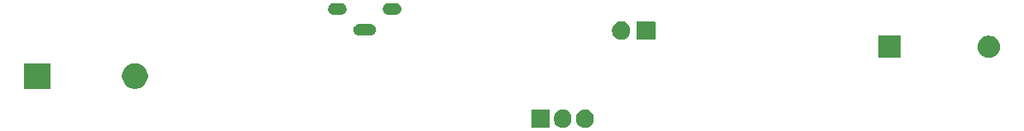
<source format=gbr>
%TF.GenerationSoftware,KiCad,Pcbnew,9.0.0*%
%TF.CreationDate,2025-04-02T18:46:55+01:00*%
%TF.ProjectId,Wireless_power_Transfer,57697265-6c65-4737-935f-706f7765725f,rev?*%
%TF.SameCoordinates,Original*%
%TF.FileFunction,Soldermask,Bot*%
%TF.FilePolarity,Negative*%
%FSLAX46Y46*%
G04 Gerber Fmt 4.6, Leading zero omitted, Abs format (unit mm)*
G04 Created by KiCad (PCBNEW 9.0.0) date 2025-04-02 18:46:55*
%MOMM*%
%LPD*%
G01*
G04 APERTURE LIST*
G04 APERTURE END LIST*
G36*
X161099134Y-116928806D02*
G01*
X161115355Y-116939645D01*
X161126194Y-116955866D01*
X161130000Y-116975000D01*
X161130000Y-118775000D01*
X161126194Y-118794134D01*
X161115355Y-118810355D01*
X161099134Y-118821194D01*
X161080000Y-118825000D01*
X159370000Y-118825000D01*
X159350866Y-118821194D01*
X159334645Y-118810355D01*
X159323806Y-118794134D01*
X159320000Y-118775000D01*
X159320000Y-116975000D01*
X159323806Y-116955866D01*
X159334645Y-116939645D01*
X159350866Y-116928806D01*
X159370000Y-116925000D01*
X161080000Y-116925000D01*
X161099134Y-116928806D01*
G37*
G36*
X162767708Y-116963969D02*
G01*
X162931614Y-117031861D01*
X163079126Y-117130426D01*
X163204574Y-117255874D01*
X163303139Y-117403386D01*
X163371031Y-117567292D01*
X163405642Y-117741294D01*
X163410000Y-117830000D01*
X163410000Y-117920000D01*
X163405642Y-118008706D01*
X163371031Y-118182708D01*
X163303139Y-118346614D01*
X163204574Y-118494126D01*
X163079126Y-118619574D01*
X162931614Y-118718139D01*
X162767708Y-118786031D01*
X162593706Y-118820642D01*
X162416294Y-118820642D01*
X162242292Y-118786031D01*
X162078386Y-118718139D01*
X161930874Y-118619574D01*
X161805426Y-118494126D01*
X161706861Y-118346614D01*
X161638969Y-118182708D01*
X161604358Y-118008706D01*
X161600000Y-117920000D01*
X161600000Y-117830000D01*
X161604358Y-117741294D01*
X161638969Y-117567292D01*
X161706861Y-117403386D01*
X161805426Y-117255874D01*
X161930874Y-117130426D01*
X162078386Y-117031861D01*
X162242292Y-116963969D01*
X162416294Y-116929358D01*
X162593706Y-116929358D01*
X162767708Y-116963969D01*
G37*
G36*
X165047708Y-116963969D02*
G01*
X165211614Y-117031861D01*
X165359126Y-117130426D01*
X165484574Y-117255874D01*
X165583139Y-117403386D01*
X165651031Y-117567292D01*
X165685642Y-117741294D01*
X165690000Y-117830000D01*
X165690000Y-117920000D01*
X165685642Y-118008706D01*
X165651031Y-118182708D01*
X165583139Y-118346614D01*
X165484574Y-118494126D01*
X165359126Y-118619574D01*
X165211614Y-118718139D01*
X165047708Y-118786031D01*
X164873706Y-118820642D01*
X164696294Y-118820642D01*
X164522292Y-118786031D01*
X164358386Y-118718139D01*
X164210874Y-118619574D01*
X164085426Y-118494126D01*
X163986861Y-118346614D01*
X163918969Y-118182708D01*
X163884358Y-118008706D01*
X163880000Y-117920000D01*
X163880000Y-117830000D01*
X163884358Y-117741294D01*
X163918969Y-117567292D01*
X163986861Y-117403386D01*
X164085426Y-117255874D01*
X164210874Y-117130426D01*
X164358386Y-117031861D01*
X164522292Y-116963969D01*
X164696294Y-116929358D01*
X164873706Y-116929358D01*
X165047708Y-116963969D01*
G37*
G36*
X110056934Y-112183806D02*
G01*
X110073155Y-112194645D01*
X110083994Y-112210866D01*
X110087800Y-112230000D01*
X110087800Y-114770000D01*
X110083994Y-114789134D01*
X110073155Y-114805355D01*
X110056934Y-114816194D01*
X110037800Y-114820000D01*
X107497800Y-114820000D01*
X107478666Y-114816194D01*
X107462445Y-114805355D01*
X107451606Y-114789134D01*
X107447800Y-114770000D01*
X107447800Y-112230000D01*
X107451606Y-112210866D01*
X107462445Y-112194645D01*
X107478666Y-112183806D01*
X107497800Y-112180000D01*
X110037800Y-112180000D01*
X110056934Y-112183806D01*
G37*
G36*
X119058148Y-112216472D02*
G01*
X119255142Y-112280479D01*
X119439698Y-112374515D01*
X119607271Y-112496264D01*
X119753736Y-112642729D01*
X119875485Y-112810302D01*
X119969521Y-112994858D01*
X120033528Y-113191852D01*
X120065931Y-113396434D01*
X120065931Y-113603566D01*
X120033528Y-113808148D01*
X119969521Y-114005142D01*
X119875485Y-114189698D01*
X119753736Y-114357271D01*
X119607271Y-114503736D01*
X119439698Y-114625485D01*
X119255142Y-114719521D01*
X119058148Y-114783528D01*
X118853566Y-114815931D01*
X118646434Y-114815931D01*
X118441852Y-114783528D01*
X118244858Y-114719521D01*
X118060302Y-114625485D01*
X117892729Y-114503736D01*
X117746264Y-114357271D01*
X117624515Y-114189698D01*
X117530479Y-114005142D01*
X117466472Y-113808148D01*
X117434069Y-113603566D01*
X117434069Y-113396434D01*
X117466472Y-113191852D01*
X117530479Y-112994858D01*
X117624515Y-112810302D01*
X117746264Y-112642729D01*
X117892729Y-112496264D01*
X118060302Y-112374515D01*
X118244858Y-112280479D01*
X118441852Y-112216472D01*
X118646434Y-112184069D01*
X118853566Y-112184069D01*
X119058148Y-112216472D01*
G37*
G36*
X197039134Y-109353806D02*
G01*
X197055355Y-109364645D01*
X197066194Y-109380866D01*
X197070000Y-109400000D01*
X197070000Y-111600000D01*
X197066194Y-111619134D01*
X197055355Y-111635355D01*
X197039134Y-111646194D01*
X197020000Y-111650000D01*
X194820000Y-111650000D01*
X194800866Y-111646194D01*
X194784645Y-111635355D01*
X194773806Y-111619134D01*
X194770000Y-111600000D01*
X194770000Y-109400000D01*
X194773806Y-109380866D01*
X194784645Y-109364645D01*
X194800866Y-109353806D01*
X194820000Y-109350000D01*
X197020000Y-109350000D01*
X197039134Y-109353806D01*
G37*
G36*
X206348462Y-109381775D02*
G01*
X206520086Y-109437539D01*
X206680873Y-109519464D01*
X206826865Y-109625533D01*
X206954467Y-109753135D01*
X207060536Y-109899127D01*
X207142461Y-110059914D01*
X207198225Y-110231538D01*
X207226455Y-110409772D01*
X207226455Y-110590228D01*
X207198225Y-110768462D01*
X207142461Y-110940086D01*
X207060536Y-111100873D01*
X206954467Y-111246865D01*
X206826865Y-111374467D01*
X206680873Y-111480536D01*
X206520086Y-111562461D01*
X206348462Y-111618225D01*
X206170228Y-111646455D01*
X205989772Y-111646455D01*
X205811538Y-111618225D01*
X205639914Y-111562461D01*
X205479127Y-111480536D01*
X205333135Y-111374467D01*
X205205533Y-111246865D01*
X205099464Y-111100873D01*
X205017539Y-110940086D01*
X204961775Y-110768462D01*
X204933545Y-110590228D01*
X204933545Y-110409772D01*
X204961775Y-110231538D01*
X205017539Y-110059914D01*
X205099464Y-109899127D01*
X205205533Y-109753135D01*
X205333135Y-109625533D01*
X205479127Y-109519464D01*
X205639914Y-109437539D01*
X205811538Y-109381775D01*
X205989772Y-109353545D01*
X206170228Y-109353545D01*
X206348462Y-109381775D01*
G37*
G36*
X171939134Y-107888806D02*
G01*
X171955355Y-107899645D01*
X171966194Y-107915866D01*
X171970000Y-107935000D01*
X171970000Y-109735000D01*
X171966194Y-109754134D01*
X171955355Y-109770355D01*
X171939134Y-109781194D01*
X171920000Y-109785000D01*
X170120000Y-109785000D01*
X170100866Y-109781194D01*
X170084645Y-109770355D01*
X170073806Y-109754134D01*
X170070000Y-109735000D01*
X170070000Y-107935000D01*
X170073806Y-107915866D01*
X170084645Y-107899645D01*
X170100866Y-107888806D01*
X170120000Y-107885000D01*
X171920000Y-107885000D01*
X171939134Y-107888806D01*
G37*
G36*
X168755770Y-107925907D02*
G01*
X168927827Y-107997175D01*
X169082674Y-108100640D01*
X169214360Y-108232326D01*
X169317825Y-108387173D01*
X169389093Y-108559230D01*
X169425425Y-108741884D01*
X169425425Y-108928116D01*
X169389093Y-109110770D01*
X169317825Y-109282827D01*
X169214360Y-109437674D01*
X169082674Y-109569360D01*
X168927827Y-109672825D01*
X168755770Y-109744093D01*
X168573116Y-109780425D01*
X168386884Y-109780425D01*
X168204230Y-109744093D01*
X168032173Y-109672825D01*
X167877326Y-109569360D01*
X167745640Y-109437674D01*
X167642175Y-109282827D01*
X167570907Y-109110770D01*
X167534575Y-108928116D01*
X167534575Y-108741884D01*
X167570907Y-108559230D01*
X167642175Y-108387173D01*
X167745640Y-108232326D01*
X167877326Y-108100640D01*
X168032173Y-107997175D01*
X168204230Y-107925907D01*
X168386884Y-107889575D01*
X168573116Y-107889575D01*
X168755770Y-107925907D01*
G37*
G36*
X142803686Y-108150241D02*
G01*
X142857577Y-108152889D01*
X142864210Y-108154208D01*
X142878316Y-108155133D01*
X142905562Y-108162433D01*
X142974099Y-108176066D01*
X143006448Y-108189465D01*
X143029610Y-108195672D01*
X143050377Y-108207662D01*
X143082722Y-108221060D01*
X143140816Y-108259877D01*
X143165257Y-108273988D01*
X143171946Y-108280677D01*
X143180481Y-108286380D01*
X143263619Y-108369518D01*
X143269321Y-108378052D01*
X143276012Y-108384743D01*
X143290124Y-108409186D01*
X143328939Y-108467277D01*
X143342335Y-108499618D01*
X143354328Y-108520390D01*
X143360535Y-108543555D01*
X143373933Y-108575900D01*
X143387565Y-108644433D01*
X143394867Y-108671684D01*
X143394867Y-108681141D01*
X143396870Y-108691211D01*
X143396870Y-108808788D01*
X143394867Y-108818857D01*
X143394867Y-108828316D01*
X143387564Y-108855569D01*
X143373933Y-108924099D01*
X143360535Y-108956441D01*
X143354328Y-108979610D01*
X143342334Y-109000383D01*
X143328939Y-109032722D01*
X143290128Y-109090805D01*
X143276012Y-109115257D01*
X143269319Y-109121949D01*
X143263619Y-109130481D01*
X143180481Y-109213619D01*
X143171949Y-109219319D01*
X143165257Y-109226012D01*
X143140805Y-109240128D01*
X143082722Y-109278939D01*
X143050383Y-109292334D01*
X143029610Y-109304328D01*
X143006441Y-109310535D01*
X142974099Y-109323933D01*
X142905576Y-109337562D01*
X142878316Y-109344867D01*
X142864203Y-109345791D01*
X142857577Y-109347110D01*
X142803691Y-109349758D01*
X142800000Y-109350000D01*
X142798768Y-109350000D01*
X141701232Y-109350000D01*
X141700000Y-109350000D01*
X141696308Y-109349758D01*
X141642422Y-109347110D01*
X141635795Y-109345791D01*
X141621684Y-109344867D01*
X141594426Y-109337563D01*
X141525900Y-109323933D01*
X141493555Y-109310535D01*
X141470390Y-109304328D01*
X141449618Y-109292335D01*
X141417277Y-109278939D01*
X141359186Y-109240124D01*
X141334743Y-109226012D01*
X141328052Y-109219321D01*
X141319518Y-109213619D01*
X141236380Y-109130481D01*
X141230677Y-109121946D01*
X141223988Y-109115257D01*
X141209877Y-109090816D01*
X141171060Y-109032722D01*
X141157662Y-109000377D01*
X141145672Y-108979610D01*
X141139465Y-108956448D01*
X141126066Y-108924099D01*
X141112433Y-108855563D01*
X141105133Y-108828316D01*
X141105133Y-108818858D01*
X141103130Y-108808788D01*
X141103130Y-108691211D01*
X141105133Y-108681140D01*
X141105133Y-108671684D01*
X141112433Y-108644439D01*
X141126066Y-108575900D01*
X141139466Y-108543548D01*
X141145672Y-108520390D01*
X141157660Y-108499624D01*
X141171060Y-108467277D01*
X141209881Y-108409175D01*
X141223988Y-108384743D01*
X141230675Y-108378055D01*
X141236380Y-108369518D01*
X141319518Y-108286380D01*
X141328055Y-108280675D01*
X141334743Y-108273988D01*
X141359175Y-108259881D01*
X141417277Y-108221060D01*
X141449624Y-108207660D01*
X141470390Y-108195672D01*
X141493548Y-108189466D01*
X141525900Y-108176066D01*
X141594440Y-108162432D01*
X141621684Y-108155133D01*
X141635787Y-108154208D01*
X141642422Y-108152889D01*
X141696313Y-108150241D01*
X141700000Y-108150000D01*
X142800000Y-108150000D01*
X142803686Y-108150241D01*
G37*
G36*
X139803686Y-106000241D02*
G01*
X139857577Y-106002889D01*
X139864210Y-106004208D01*
X139878316Y-106005133D01*
X139905562Y-106012433D01*
X139974099Y-106026066D01*
X140006448Y-106039465D01*
X140029610Y-106045672D01*
X140050377Y-106057662D01*
X140082722Y-106071060D01*
X140140816Y-106109877D01*
X140165257Y-106123988D01*
X140171946Y-106130677D01*
X140180481Y-106136380D01*
X140263619Y-106219518D01*
X140269321Y-106228052D01*
X140276012Y-106234743D01*
X140290124Y-106259186D01*
X140328939Y-106317277D01*
X140342335Y-106349618D01*
X140354328Y-106370390D01*
X140360535Y-106393555D01*
X140373933Y-106425900D01*
X140387565Y-106494433D01*
X140394867Y-106521684D01*
X140394867Y-106531141D01*
X140396870Y-106541211D01*
X140396870Y-106658788D01*
X140394867Y-106668857D01*
X140394867Y-106678316D01*
X140387564Y-106705569D01*
X140373933Y-106774099D01*
X140360535Y-106806441D01*
X140354328Y-106829610D01*
X140342334Y-106850383D01*
X140328939Y-106882722D01*
X140290128Y-106940805D01*
X140276012Y-106965257D01*
X140269319Y-106971949D01*
X140263619Y-106980481D01*
X140180481Y-107063619D01*
X140171949Y-107069319D01*
X140165257Y-107076012D01*
X140140805Y-107090128D01*
X140082722Y-107128939D01*
X140050383Y-107142334D01*
X140029610Y-107154328D01*
X140006441Y-107160535D01*
X139974099Y-107173933D01*
X139905576Y-107187562D01*
X139878316Y-107194867D01*
X139864203Y-107195791D01*
X139857577Y-107197110D01*
X139803691Y-107199758D01*
X139800000Y-107200000D01*
X139798768Y-107200000D01*
X139101232Y-107200000D01*
X139100000Y-107200000D01*
X139096308Y-107199758D01*
X139042422Y-107197110D01*
X139035795Y-107195791D01*
X139021684Y-107194867D01*
X138994426Y-107187563D01*
X138925900Y-107173933D01*
X138893555Y-107160535D01*
X138870390Y-107154328D01*
X138849618Y-107142335D01*
X138817277Y-107128939D01*
X138759186Y-107090124D01*
X138734743Y-107076012D01*
X138728052Y-107069321D01*
X138719518Y-107063619D01*
X138636380Y-106980481D01*
X138630677Y-106971946D01*
X138623988Y-106965257D01*
X138609877Y-106940816D01*
X138571060Y-106882722D01*
X138557662Y-106850377D01*
X138545672Y-106829610D01*
X138539465Y-106806448D01*
X138526066Y-106774099D01*
X138512433Y-106705563D01*
X138505133Y-106678316D01*
X138505133Y-106668858D01*
X138503130Y-106658788D01*
X138503130Y-106541211D01*
X138505133Y-106531140D01*
X138505133Y-106521684D01*
X138512433Y-106494439D01*
X138526066Y-106425900D01*
X138539466Y-106393548D01*
X138545672Y-106370390D01*
X138557660Y-106349624D01*
X138571060Y-106317277D01*
X138609881Y-106259175D01*
X138623988Y-106234743D01*
X138630675Y-106228055D01*
X138636380Y-106219518D01*
X138719518Y-106136380D01*
X138728055Y-106130675D01*
X138734743Y-106123988D01*
X138759175Y-106109881D01*
X138817277Y-106071060D01*
X138849624Y-106057660D01*
X138870390Y-106045672D01*
X138893548Y-106039466D01*
X138925900Y-106026066D01*
X138994440Y-106012432D01*
X139021684Y-106005133D01*
X139035787Y-106004208D01*
X139042422Y-106002889D01*
X139096313Y-106000241D01*
X139100000Y-106000000D01*
X139800000Y-106000000D01*
X139803686Y-106000241D01*
G37*
G36*
X145403686Y-106000241D02*
G01*
X145457577Y-106002889D01*
X145464210Y-106004208D01*
X145478316Y-106005133D01*
X145505562Y-106012433D01*
X145574099Y-106026066D01*
X145606448Y-106039465D01*
X145629610Y-106045672D01*
X145650377Y-106057662D01*
X145682722Y-106071060D01*
X145740816Y-106109877D01*
X145765257Y-106123988D01*
X145771946Y-106130677D01*
X145780481Y-106136380D01*
X145863619Y-106219518D01*
X145869321Y-106228052D01*
X145876012Y-106234743D01*
X145890124Y-106259186D01*
X145928939Y-106317277D01*
X145942335Y-106349618D01*
X145954328Y-106370390D01*
X145960535Y-106393555D01*
X145973933Y-106425900D01*
X145987565Y-106494433D01*
X145994867Y-106521684D01*
X145994867Y-106531141D01*
X145996870Y-106541211D01*
X145996870Y-106658788D01*
X145994867Y-106668857D01*
X145994867Y-106678316D01*
X145987564Y-106705569D01*
X145973933Y-106774099D01*
X145960535Y-106806441D01*
X145954328Y-106829610D01*
X145942334Y-106850383D01*
X145928939Y-106882722D01*
X145890128Y-106940805D01*
X145876012Y-106965257D01*
X145869319Y-106971949D01*
X145863619Y-106980481D01*
X145780481Y-107063619D01*
X145771949Y-107069319D01*
X145765257Y-107076012D01*
X145740805Y-107090128D01*
X145682722Y-107128939D01*
X145650383Y-107142334D01*
X145629610Y-107154328D01*
X145606441Y-107160535D01*
X145574099Y-107173933D01*
X145505576Y-107187562D01*
X145478316Y-107194867D01*
X145464203Y-107195791D01*
X145457577Y-107197110D01*
X145403691Y-107199758D01*
X145400000Y-107200000D01*
X145398768Y-107200000D01*
X144701232Y-107200000D01*
X144700000Y-107200000D01*
X144696308Y-107199758D01*
X144642422Y-107197110D01*
X144635795Y-107195791D01*
X144621684Y-107194867D01*
X144594426Y-107187563D01*
X144525900Y-107173933D01*
X144493555Y-107160535D01*
X144470390Y-107154328D01*
X144449618Y-107142335D01*
X144417277Y-107128939D01*
X144359186Y-107090124D01*
X144334743Y-107076012D01*
X144328052Y-107069321D01*
X144319518Y-107063619D01*
X144236380Y-106980481D01*
X144230677Y-106971946D01*
X144223988Y-106965257D01*
X144209877Y-106940816D01*
X144171060Y-106882722D01*
X144157662Y-106850377D01*
X144145672Y-106829610D01*
X144139465Y-106806448D01*
X144126066Y-106774099D01*
X144112433Y-106705563D01*
X144105133Y-106678316D01*
X144105133Y-106668858D01*
X144103130Y-106658788D01*
X144103130Y-106541211D01*
X144105133Y-106531140D01*
X144105133Y-106521684D01*
X144112433Y-106494439D01*
X144126066Y-106425900D01*
X144139466Y-106393548D01*
X144145672Y-106370390D01*
X144157660Y-106349624D01*
X144171060Y-106317277D01*
X144209881Y-106259175D01*
X144223988Y-106234743D01*
X144230675Y-106228055D01*
X144236380Y-106219518D01*
X144319518Y-106136380D01*
X144328055Y-106130675D01*
X144334743Y-106123988D01*
X144359175Y-106109881D01*
X144417277Y-106071060D01*
X144449624Y-106057660D01*
X144470390Y-106045672D01*
X144493548Y-106039466D01*
X144525900Y-106026066D01*
X144594440Y-106012432D01*
X144621684Y-106005133D01*
X144635787Y-106004208D01*
X144642422Y-106002889D01*
X144696313Y-106000241D01*
X144700000Y-106000000D01*
X145400000Y-106000000D01*
X145403686Y-106000241D01*
G37*
M02*

</source>
